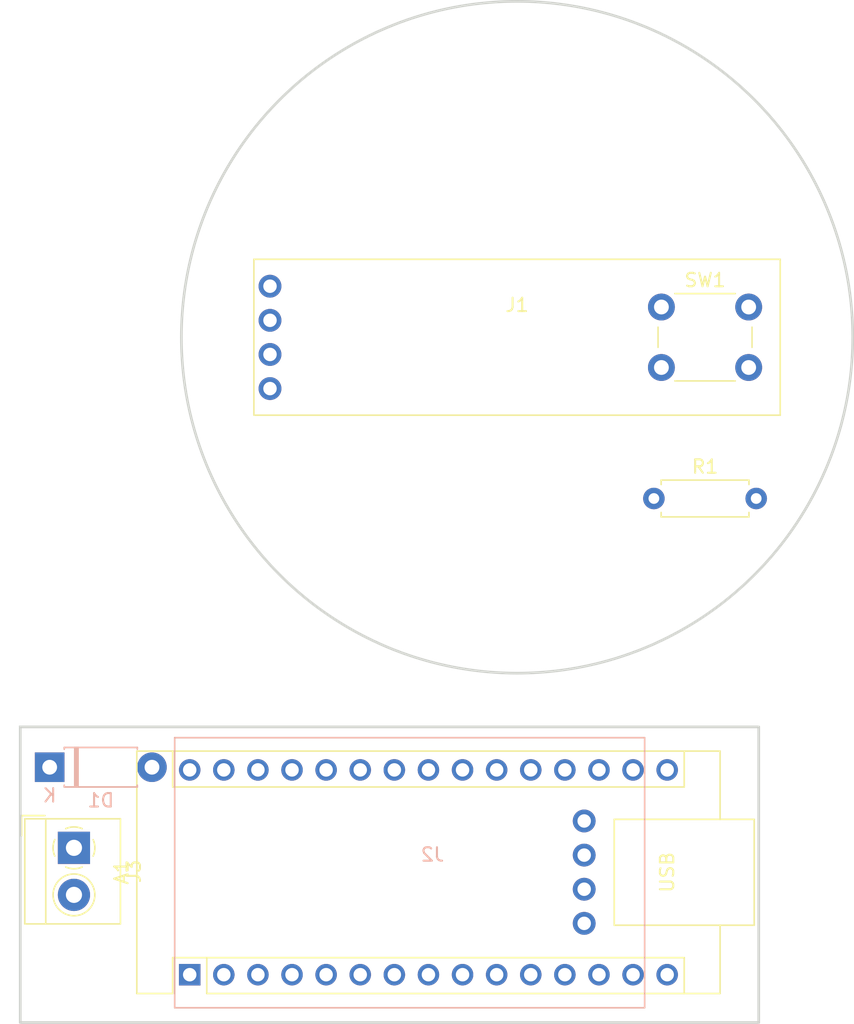
<source format=kicad_pcb>
(kicad_pcb (version 20211014) (generator pcbnew)
  (layers (0 "F.Cu" signal) (31 "B.Cu" signal) (34 "B.Paste" user) (35 "F.Paste" user) (36 "B.SilkS" user "B.Silkscreen") (37 "F.SilkS" user "F.Silkscreen") (38 "B.Mask" user) (39 "F.Mask" user) (44 "Edge.Cuts" user))
  (net 0 "")
  (net 4 "GND")
  (net 5 "/BT")
  (net 7 "/DT")
  (net 8 "/SCK")
  (net 23 "/SDA")
  (net 24 "/SCL")
  (net 27 "+5V")
  (net 29 "BATT")
  (net 30 "Net-(D1-Pad1)")
  (footprint "Resistor_THT:R_Axial_DIN0207_L6.3mm_D2.5mm_P7.62mm_Horizontal" (layer "F.Cu") (at 169.19 56)
    (fp_text reference "R1" (at 3.81 -2.37) (layer "F.SilkS"))
    (fp_text value "10k")
    (fp_line (start 0.54 -1.04) (end 0.54 -1.37) (layer "F.SilkS") (width 0.12))
    (fp_line (start 0.54 1.04) (end 0.54 1.37) (layer "F.SilkS") (width 0.12))
    (fp_line (start 0.54 1.37) (end 7.08 1.37) (layer "F.SilkS") (width 0.12))
    (fp_line (start 0.54 -1.37) (end 7.08 -1.37) (layer "F.SilkS") (width 0.12))
    (fp_line (start 7.08 1.37) (end 7.08 1.04) (layer "F.SilkS") (width 0.12))
    (fp_line (start 7.08 -1.37) (end 7.08 -1.04) (layer "F.SilkS") (width 0.12))
    (pad "1" thru_hole circle (at 0 0) (size 1.6 1.6) (drill 0.8) (layers *.Cu *.Mask) (net 4 "GND"))
    (pad "2" thru_hole oval (at 7.62 0) (size 1.6 1.6) (drill 0.8) (layers *.Cu *.Mask) (net 5 "/BT"))
  )
  (footprint "TerminalBlock_4Ucon:TerminalBlock_4Ucon_1x02_P3.50mm_Horizontal" (layer "F.Cu") (at 126 82 -90)
    (fp_text reference "J3" (at 1.75 -4.46 90) (layer "F.SilkS"))
    (fp_text value "Screw_Terminal_01x02")
    (fp_line (start -2.4 2.16) (end -2.4 3.9) (layer "F.SilkS") (width 0.12))
    (fp_line (start 5.66 -3.46) (end 5.66 3.66) (layer "F.SilkS") (width 0.12))
    (fp_line (start -2.4 3.9) (end -0.9 3.9) (layer "F.SilkS") (width 0.12))
    (fp_line (start -2.16 3.66) (end 5.66 3.66) (layer "F.SilkS") (width 0.12))
    (fp_line (start -2.16 -3.46) (end -2.16 3.66) (layer "F.SilkS") (width 0.12))
    (fp_line (start -2.16 2.1) (end 5.66 2.1) (layer "F.SilkS") (width 0.12))
    (fp_line (start -2.16 -3.46) (end 5.66 -3.46) (layer "F.SilkS") (width 0.12))
    (fp_arc (start 1.432109 -0.607742) (mid 1.555727 0.00014) (end 1.432 0.608) (layer "F.SilkS") (width 0.12))
    (fp_arc (start -1.432109 0.607742) (mid -1.555727 -0.00014) (end -1.432 -0.608) (layer "F.SilkS") (width 0.12))
    (fp_arc (start 0.027011 1.555493) (mid -0.296984 1.527118) (end -0.608 1.432) (layer "F.SilkS") (width 0.12))
    (fp_arc (start 0.607587 1.431385) (mid 0.310017 1.523783) (end 0 1.555) (layer "F.SilkS") (width 0.12))
    (fp_arc (start -0.607742 -1.432109) (mid 0.00014 -1.555727) (end 0.608 -1.432) (layer "F.SilkS") (width 0.12))
    (fp_circle (center 3.5 0) (end 5.055 0) (layer "F.SilkS") (width 0.12) (fill none))
    (pad "1" thru_hole rect (at 0 0 270) (size 2.4 2.4) (drill 1.2) (layers *.Cu *.Mask) (net 4 "GND"))
    (pad "2" thru_hole circle (at 3.5 0 270) (size 2.4 2.4) (drill 1.2) (layers *.Cu *.Mask) (net 30 "Net-(D1-Pad1)"))
  )
  (footprint "Library:0.91inch OLED" (layer "F.Cu") (at 140.6 40.2)
    (fp_text reference "J1" (at 18.4 1.4 unlocked) (layer "F.SilkS"))
    (fp_text value "0.91 inch OLED")
    (fp_line (start -1.2 -2) (end 38 -2) (layer "F.SilkS") (width 0.12))
    (fp_line (start 38 -2) (end 38 9.6) (layer "F.SilkS") (width 0.12))
    (fp_line (start -1.1 9.6) (end 38 9.6) (layer "F.SilkS") (width 0.12))
    (fp_line (start -1.2 -2) (end -1.2 9.6) (layer "F.SilkS") (width 0.12))
    (pad "1" thru_hole circle (at 0 0) (size 1.7 1.7) (drill 1) (layers *.Cu *.Mask) (net 23 "/SDA"))
    (pad "2" thru_hole circle (at 0 2.54) (size 1.7 1.7) (drill 1) (layers *.Cu *.Mask) (net 24 "/SCL"))
    (pad "3" thru_hole circle (at 0 5.08) (size 1.7 1.7) (drill 1) (layers *.Cu *.Mask) (net 27 "+5V"))
    (pad "4" thru_hole circle (at 0 7.62) (size 1.7 1.7) (drill 1) (layers *.Cu *.Mask) (net 4 "GND"))
  )
  (footprint "Button_Switch_THT:SW_PUSH_6mm_H4.3mm" (layer "F.Cu") (at 169.75 41.75)
    (fp_text reference "SW1" (at 3.25 -2) (layer "F.SilkS"))
    (fp_text value "SW_Push")
    (fp_line (start 5.5 -1) (end 1 -1) (layer "F.SilkS") (width 0.12))
    (fp_line (start -0.25 1.5) (end -0.25 3) (layer "F.SilkS") (width 0.12))
    (fp_line (start 6.75 3) (end 6.75 1.5) (layer "F.SilkS") (width 0.12))
    (fp_line (start 1 5.5) (end 5.5 5.5) (layer "F.SilkS") (width 0.12))
    (pad "1" thru_hole circle (at 0 0 90) (size 2 2) (drill 1.1) (layers *.Cu *.Mask) (net 27 "+5V"))
    (pad "1" thru_hole circle (at 6.5 0 90) (size 2 2) (drill 1.1) (layers *.Cu *.Mask) (net 27 "+5V"))
    (pad "2" thru_hole circle (at 0 4.5 90) (size 2 2) (drill 1.1) (layers *.Cu *.Mask) (net 5 "/BT"))
    (pad "2" thru_hole circle (at 6.5 4.5 90) (size 2 2) (drill 1.1) (layers *.Cu *.Mask) (net 5 "/BT"))
  )
  (footprint "Module:Arduino_Nano" (layer "F.Cu") (at 134.62 91.44 90)
    (fp_text reference "A1" (at 7.62 -5.08 90) (layer "F.SilkS"))
    (fp_text value "Arduino_Nano_Every")
    (fp_text user "USB" (at 7.62 35.56 90 unlocked) (layer "F.SilkS"))
    (fp_line (start -1.4 1.27) (end -1.4 39.5) (layer "F.SilkS") (width 0.12))
    (fp_line (start -1.4 39.5) (end 3.68 39.5) (layer "F.SilkS") (width 0.12))
    (fp_line (start 13.97 -1.27) (end 16.64 -1.27) (layer "F.SilkS") (width 0.12))
    (fp_line (start 13.97 -1.27) (end 13.97 36.83) (layer "F.SilkS") (width 0.12))
    (fp_line (start -1.4 -3.94) (end -1.4 -1.27) (layer "F.SilkS") (width 0.12))
    (fp_line (start 11.56 31.62) (end 11.56 42.04) (layer "F.SilkS") (width 0.12))
    (fp_line (start 16.64 -3.94) (end -1.4 -3.94) (layer "F.SilkS") (width 0.12))
    (fp_line (start 16.64 39.5) (end 11.56 39.5) (layer "F.SilkS") (width 0.12))
    (fp_line (start 16.64 39.5) (end 16.64 -3.94) (layer "F.SilkS") (width 0.12))
    (fp_line (start 11.56 42.04) (end 3.68 42.04) (layer "F.SilkS") (width 0.12))
    (fp_line (start 1.27 1.27) (end 1.27 36.83) (layer "F.SilkS") (width 0.12))
    (fp_line (start 1.27 -1.27) (end -1.4 -1.27) (layer "F.SilkS") (width 0.12))
    (fp_line (start 1.27 36.83) (end -1.4 36.83) (layer "F.SilkS") (width 0.12))
    (fp_line (start 1.27 1.27) (end -1.4 1.27) (layer "F.SilkS") (width 0.12))
    (fp_line (start 13.97 36.83) (end 16.64 36.83) (layer "F.SilkS") (width 0.12))
    (fp_line (start 3.68 42.04) (end 3.68 31.62) (layer "F.SilkS") (width 0.12))
    (fp_line (start 1.27 1.27) (end 1.27 -1.27) (layer "F.SilkS") (width 0.12))
    (fp_line (start 3.68 31.62) (end 11.56 31.62) (layer "F.SilkS") (width 0.12))
    (pad "1" thru_hole rect (at 0 0 90) (size 1.6 1.6) (drill 1) (layers *.Cu *.Mask))
    (pad "2" thru_hole oval (at 0 2.54 90) (size 1.6 1.6) (drill 1) (layers *.Cu *.Mask))
    (pad "3" thru_hole oval (at 0 5.08 90) (size 1.6 1.6) (drill 1) (layers *.Cu *.Mask))
    (pad "4" thru_hole oval (at 0 7.62 90) (size 1.6 1.6) (drill 1) (layers *.Cu *.Mask) (net 4 "GND"))
    (pad "5" thru_hole oval (at 0 10.16 90) (size 1.6 1.6) (drill 1) (layers *.Cu *.Mask) (net 5 "/BT"))
    (pad "6" thru_hole oval (at 0 12.7 90) (size 1.6 1.6) (drill 1) (layers *.Cu *.Mask))
    (pad "7" thru_hole oval (at 0 15.24 90) (size 1.6 1.6) (drill 1) (layers *.Cu *.Mask) (net 7 "/DT"))
    (pad "8" thru_hole oval (at 0 17.78 90) (size 1.6 1.6) (drill 1) (layers *.Cu *.Mask) (net 8 "/SCK"))
    (pad "9" thru_hole oval (at 0 20.32 90) (size 1.6 1.6) (drill 1) (layers *.Cu *.Mask))
    (pad "10" thru_hole oval (at 0 22.86 90) (size 1.6 1.6) (drill 1) (layers *.Cu *.Mask))
    (pad "11" thru_hole oval (at 0 25.4 90) (size 1.6 1.6) (drill 1) (layers *.Cu *.Mask))
    (pad "12" thru_hole oval (at 0 27.94 90) (size 1.6 1.6) (drill 1) (layers *.Cu *.Mask))
    (pad "13" thru_hole oval (at 0 30.48 90) (size 1.6 1.6) (drill 1) (layers *.Cu *.Mask))
    (pad "14" thru_hole oval (at 0 33.02 90) (size 1.6 1.6) (drill 1) (layers *.Cu *.Mask))
    (pad "15" thru_hole oval (at 0 35.56 90) (size 1.6 1.6) (drill 1) (layers *.Cu *.Mask))
    (pad "16" thru_hole oval (at 15.24 35.56 90) (size 1.6 1.6) (drill 1) (layers *.Cu *.Mask))
    (pad "17" thru_hole oval (at 15.24 33.02 90) (size 1.6 1.6) (drill 1) (layers *.Cu *.Mask))
    (pad "18" thru_hole oval (at 15.24 30.48 90) (size 1.6 1.6) (drill 1) (layers *.Cu *.Mask))
    (pad "19" thru_hole oval (at 15.24 27.94 90) (size 1.6 1.6) (drill 1) (layers *.Cu *.Mask))
    (pad "20" thru_hole oval (at 15.24 25.4 90) (size 1.6 1.6) (drill 1) (layers *.Cu *.Mask))
    (pad "21" thru_hole oval (at 15.24 22.86 90) (size 1.6 1.6) (drill 1) (layers *.Cu *.Mask))
    (pad "22" thru_hole oval (at 15.24 20.32 90) (size 1.6 1.6) (drill 1) (layers *.Cu *.Mask))
    (pad "23" thru_hole oval (at 15.24 17.78 90) (size 1.6 1.6) (drill 1) (layers *.Cu *.Mask) (net 23 "/SDA"))
    (pad "24" thru_hole oval (at 15.24 15.24 90) (size 1.6 1.6) (drill 1) (layers *.Cu *.Mask) (net 24 "/SCL"))
    (pad "25" thru_hole oval (at 15.24 12.7 90) (size 1.6 1.6) (drill 1) (layers *.Cu *.Mask))
    (pad "26" thru_hole oval (at 15.24 10.16 90) (size 1.6 1.6) (drill 1) (layers *.Cu *.Mask))
    (pad "27" thru_hole oval (at 15.24 7.62 90) (size 1.6 1.6) (drill 1) (layers *.Cu *.Mask) (net 27 "+5V"))
    (pad "28" thru_hole oval (at 15.24 5.08 90) (size 1.6 1.6) (drill 1) (layers *.Cu *.Mask))
    (pad "29" thru_hole oval (at 15.24 2.54 90) (size 1.6 1.6) (drill 1) (layers *.Cu *.Mask) (net 4 "GND"))
    (pad "30" thru_hole oval (at 15.24 0 90) (size 1.6 1.6) (drill 1) (layers *.Cu *.Mask) (net 29 "BATT"))
  )
  (footprint "Diode_THT:D_DO-41_SOD81_P7.62mm_Horizontal" (layer "B.Cu") (at 124.19 76)
    (fp_text reference "D1" (at 3.81 2.47) (layer "B.SilkS") (effects (justify mirror)))
    (fp_text value "DIODE")
    (fp_text user "K" (at 0 2.1) (layer "B.SilkS") (effects (justify mirror)))
    (fp_line (start 1.09 -1.34) (end 1.09 -1.47) (layer "B.SilkS") (width 0.12))
    (fp_line (start 6.53 1.47) (end 6.53 1.34) (layer "B.SilkS") (width 0.12))
    (fp_line (start 1.87 1.47) (end 1.87 -1.47) (layer "B.SilkS") (width 0.12))
    (fp_line (start 2.11 1.47) (end 2.11 -1.47) (layer "B.SilkS") (width 0.12))
    (fp_line (start 1.09 -1.47) (end 6.53 -1.47) (layer "B.SilkS") (width 0.12))
    (fp_line (start 1.09 1.47) (end 6.53 1.47) (layer "B.SilkS") (width 0.12))
    (fp_line (start 1.09 1.34) (end 1.09 1.47) (layer "B.SilkS") (width 0.12))
    (fp_line (start 6.53 -1.47) (end 6.53 -1.34) (layer "B.SilkS") (width 0.12))
    (fp_line (start 1.99 1.47) (end 1.99 -1.47) (layer "B.SilkS") (width 0.12))
    (pad "1" thru_hole rect (at 0 0) (size 2.2 2.2) (drill 1.1) (layers *.Cu *.Mask) (net 30 "Net-(D1-Pad1)"))
    (pad "2" thru_hole oval (at 7.62 0) (size 2.2 2.2) (drill 1.1) (layers *.Cu *.Mask) (net 29 "BATT"))
  )
  (footprint "Library:LoadCellAmplifier" (layer "B.Cu") (at 164 80 180)
    (fp_text reference "J2" (at 11.3 -2.5 unlocked) (layer "B.SilkS") (effects (justify mirror)))
    (fp_text value "Load Cell")
    (fp_line (start 30.5 6.2) (end -4.5 6.2) (layer "B.SilkS") (width 0.12))
    (fp_line (start -4.5 6.2) (end -4.5 -13.9) (layer "B.SilkS") (width 0.12))
    (fp_line (start -4.5 -13.9) (end 30.5 -13.9) (layer "B.SilkS") (width 0.12))
    (fp_line (start 30.5 -13.9) (end 30.5 6.2) (layer "B.SilkS") (width 0.12))
    (pad "1" thru_hole circle (at 0 0 180) (size 1.7 1.7) (drill 1) (layers *.Cu *.Mask) (net 27 "+5V"))
    (pad "2" thru_hole circle (at 0 -2.54 180) (size 1.7 1.7) (drill 1) (layers *.Cu *.Mask) (net 8 "/SCK"))
    (pad "3" thru_hole circle (at 0 -5.08 180) (size 1.7 1.7) (drill 1) (layers *.Cu *.Mask) (net 7 "/DT"))
    (pad "4" thru_hole circle (at 0 -7.62 180) (size 1.7 1.7) (drill 1) (layers *.Cu *.Mask) (net 4 "GND"))
  )
  (gr_circle (center 159 44) (end 159 69) (layer "Edge.Cuts") (width 0.2) (fill none))
  (gr_rect (start 177 73) (end 122 95) (layer "Edge.Cuts") (width 0.2) (fill none))
)
</source>
